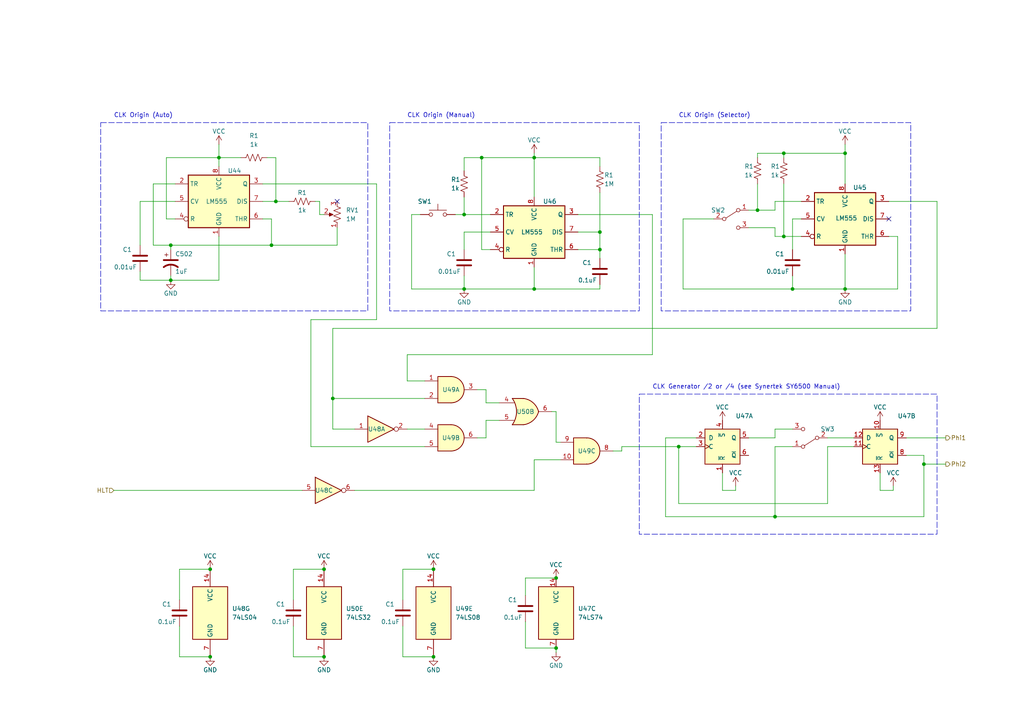
<source format=kicad_sch>
(kicad_sch (version 20230121) (generator eeschema)
  (paper "A4")
  (title_block (title "Clock Generator with 2 or 4 divider") (date "2023-07-11") (rev "1"))
  (lib_symbols
    (symbol "74xx:74LS04"
      (property "Reference" "U" (at 0 1.27 0))
      (property "Value" "74LS04" (at 0 -1.27 0))
      (symbol "74LS04_1_0"
        (polyline (pts (xy -3.81 3.81) (xy -3.81 -3.81) (xy 3.81 0) (xy -3.81 3.81)) (stroke (width 0.254)) (fill (type background)))
        (pin input line (at -7.62 0 0) (length 3.81) (name "~") (number "1"))
        (pin output inverted (at 7.62 0 180) (length 3.81) (name "~") (number "2"))
      )
      (symbol "74LS04_2_0"
        (polyline (pts (xy -3.81 3.81) (xy -3.81 -3.81) (xy 3.81 0) (xy -3.81 3.81)) (stroke (width 0.254)) (fill (type background)))
        (pin input line (at -7.62 0 0) (length 3.81) (name "~") (number "3"))
        (pin output inverted (at 7.62 0 180) (length 3.81) (name "~") (number "4"))
      )
      (symbol "74LS04_3_0"
        (polyline (pts (xy -3.81 3.81) (xy -3.81 -3.81) (xy 3.81 0) (xy -3.81 3.81)) (stroke (width 0.254)) (fill (type background)))
        (pin input line (at -7.62 0 0) (length 3.81) (name "~") (number "5"))
        (pin output inverted (at 7.62 0 180) (length 3.81) (name "~") (number "6"))
      )
      (symbol "74LS04_4_0"
        (polyline (pts (xy -3.81 3.81) (xy -3.81 -3.81) (xy 3.81 0) (xy -3.81 3.81)) (stroke (width 0.254)) (fill (type background)))
        (pin output inverted (at 7.62 0 180) (length 3.81) (name "~") (number "8"))
        (pin input line (at -7.62 0 0) (length 3.81) (name "~") (number "9"))
      )
      (symbol "74LS04_5_0"
        (polyline (pts (xy -3.81 3.81) (xy -3.81 -3.81) (xy 3.81 0) (xy -3.81 3.81)) (stroke (width 0.254)) (fill (type background)))
        (pin output inverted (at 7.62 0 180) (length 3.81) (name "~") (number "10"))
        (pin input line (at -7.62 0 0) (length 3.81) (name "~") (number "11"))
      )
      (symbol "74LS04_6_0"
        (polyline (pts (xy -3.81 3.81) (xy -3.81 -3.81) (xy 3.81 0) (xy -3.81 3.81)) (stroke (width 0.254)) (fill (type background)))
        (pin output inverted (at 7.62 0 180) (length 3.81) (name "~") (number "12"))
        (pin input line (at -7.62 0 0) (length 3.81) (name "~") (number "13"))
      )
      (symbol "74LS04_7_0"
        (pin power_in line (at 0 12.7 270) (length 5.08) (name "VCC") (number "14"))
        (pin power_in line (at 0 -12.7 90) (length 5.08) (name "GND") (number "7"))
      )
      (symbol "74LS04_7_1"
        (rectangle (start -5.08 7.62) (end 5.08 -7.62) (stroke (width 0.254)) (fill (type background)))
      )
    )
    (symbol "74xx:74LS08" (pin_names (offset 1.016))
      (property "Reference" "U" (at 0 1.27 0))
      (property "Value" "74LS08" (at 0 -1.27 0))
      (symbol "74LS08_1_1"
        (arc (start 0 -3.81) (mid 3.7934 0) (end 0 3.81) (stroke (width 0.254)) (fill (type background)))
        (polyline (pts (xy 0 3.81) (xy -3.81 3.81) (xy -3.81 -3.81) (xy 0 -3.81)) (stroke (width 0.254)) (fill (type background)))
        (pin input line (at -7.62 2.54 0) (length 3.81) (name "~") (number "1"))
        (pin input line (at -7.62 -2.54 0) (length 3.81) (name "~") (number "2"))
        (pin output line (at 7.62 0 180) (length 3.81) (name "~") (number "3"))
      )
      (symbol "74LS08_1_2"
        (arc (start -3.81 -3.81) (mid -2.589 0) (end -3.81 3.81) (stroke (width 0.254)))
        (arc (start -0.6096 -3.81) (mid 2.1842 -2.5851) (end 3.81 0) (stroke (width 0.254)) (fill (type background)))
        (polyline (pts (xy -3.81 -3.81) (xy -0.635 -3.81)) (stroke (width 0.254)) (fill (type background)))
        (polyline (pts (xy -3.81 3.81) (xy -0.635 3.81)) (stroke (width 0.254)) (fill (type background)))
        (polyline (pts (xy -0.635 3.81) (xy -3.81 3.81) (xy -3.81 3.81) (xy -3.556 3.4036) (xy -3.0226 2.2606) (xy -2.6924 1.0414) (xy -2.6162 -0.254) (xy -2.7686 -1.4986) (xy -3.175 -2.7178) (xy -3.81 -3.81) (xy -3.81 -3.81) (xy -0.635 -3.81)) (stroke (width -25.4)) (fill (type background)))
        (arc (start 3.81 0) (mid 2.1915 2.5936) (end -0.6096 3.81) (stroke (width 0.254)) (fill (type background)))
        (pin input inverted (at -7.62 2.54 0) (length 4.318) (name "~") (number "1"))
        (pin input inverted (at -7.62 -2.54 0) (length 4.318) (name "~") (number "2"))
        (pin output inverted (at 7.62 0 180) (length 3.81) (name "~") (number "3"))
      )
      (symbol "74LS08_2_1"
        (arc (start 0 -3.81) (mid 3.7934 0) (end 0 3.81) (stroke (width 0.254)) (fill (type background)))
        (polyline (pts (xy 0 3.81) (xy -3.81 3.81) (xy -3.81 -3.81) (xy 0 -3.81)) (stroke (width 0.254)) (fill (type background)))
        (pin input line (at -7.62 2.54 0) (length 3.81) (name "~") (number "4"))
        (pin input line (at -7.62 -2.54 0) (length 3.81) (name "~") (number "5"))
        (pin output line (at 7.62 0 180) (length 3.81) (name "~") (number "6"))
      )
      (symbol "74LS08_2_2"
        (arc (start -3.81 -3.81) (mid -2.589 0) (end -3.81 3.81) (stroke (width 0.254)))
        (arc (start -0.6096 -3.81) (mid 2.1842 -2.5851) (end 3.81 0) (stroke (width 0.254)) (fill (type background)))
        (polyline (pts (xy -3.81 -3.81) (xy -0.635 -3.81)) (stroke (width 0.254)) (fill (type background)))
        (polyline (pts (xy -3.81 3.81) (xy -0.635 3.81)) (stroke (width 0.254)) (fill (type background)))
        (polyline (pts (xy -0.635 3.81) (xy -3.81 3.81) (xy -3.81 3.81) (xy -3.556 3.4036) (xy -3.0226 2.2606) (xy -2.6924 1.0414) (xy -2.6162 -0.254) (xy -2.7686 -1.4986) (xy -3.175 -2.7178) (xy -3.81 -3.81) (xy -3.81 -3.81) (xy -0.635 -3.81)) (stroke (width -25.4)) (fill (type background)))
        (arc (start 3.81 0) (mid 2.1915 2.5936) (end -0.6096 3.81) (stroke (width 0.254)) (fill (type background)))
        (pin input inverted (at -7.62 2.54 0) (length 4.318) (name "~") (number "4"))
        (pin input inverted (at -7.62 -2.54 0) (length 4.318) (name "~") (number "5"))
        (pin output inverted (at 7.62 0 180) (length 3.81) (name "~") (number "6"))
      )
      (symbol "74LS08_3_1"
        (arc (start 0 -3.81) (mid 3.7934 0) (end 0 3.81) (stroke (width 0.254)) (fill (type background)))
        (polyline (pts (xy 0 3.81) (xy -3.81 3.81) (xy -3.81 -3.81) (xy 0 -3.81)) (stroke (width 0.254)) (fill (type background)))
        (pin input line (at -7.62 -2.54 0) (length 3.81) (name "~") (number "10"))
        (pin output line (at 7.62 0 180) (length 3.81) (name "~") (number "8"))
        (pin input line (at -7.62 2.54 0) (length 3.81) (name "~") (number "9"))
      )
      (symbol "74LS08_3_2"
        (arc (start -3.81 -3.81) (mid -2.589 0) (end -3.81 3.81) (stroke (width 0.254)))
        (arc (start -0.6096 -3.81) (mid 2.1842 -2.5851) (end 3.81 0) (stroke (width 0.254)) (fill (type background)))
        (polyline (pts (xy -3.81 -3.81) (xy -0.635 -3.81)) (stroke (width 0.254)) (fill (type background)))
        (polyline (pts (xy -3.81 3.81) (xy -0.635 3.81)) (stroke (width 0.254)) (fill (type background)))
        (polyline (pts (xy -0.635 3.81) (xy -3.81 3.81) (xy -3.81 3.81) (xy -3.556 3.4036) (xy -3.0226 2.2606) (xy -2.6924 1.0414) (xy -2.6162 -0.254) (xy -2.7686 -1.4986) (xy -3.175 -2.7178) (xy -3.81 -3.81) (xy -3.81 -3.81) (xy -0.635 -3.81)) (stroke (width -25.4)) (fill (type background)))
        (arc (start 3.81 0) (mid 2.1915 2.5936) (end -0.6096 3.81) (stroke (width 0.254)) (fill (type background)))
        (pin input inverted (at -7.62 -2.54 0) (length 4.318) (name "~") (number "10"))
        (pin output inverted (at 7.62 0 180) (length 3.81) (name "~") (number "8"))
        (pin input inverted (at -7.62 2.54 0) (length 4.318) (name "~") (number "9"))
      )
      (symbol "74LS08_4_1"
        (arc (start 0 -3.81) (mid 3.7934 0) (end 0 3.81) (stroke (width 0.254)) (fill (type background)))
        (polyline (pts (xy 0 3.81) (xy -3.81 3.81) (xy -3.81 -3.81) (xy 0 -3.81)) (stroke (width 0.254)) (fill (type background)))
        (pin output line (at 7.62 0 180) (length 3.81) (name "~") (number "11"))
        (pin input line (at -7.62 2.54 0) (length 3.81) (name "~") (number "12"))
        (pin input line (at -7.62 -2.54 0) (length 3.81) (name "~") (number "13"))
      )
      (symbol "74LS08_4_2"
        (arc (start -3.81 -3.81) (mid -2.589 0) (end -3.81 3.81) (stroke (width 0.254)))
        (arc (start -0.6096 -3.81) (mid 2.1842 -2.5851) (end 3.81 0) (stroke (width 0.254)) (fill (type background)))
        (polyline (pts (xy -3.81 -3.81) (xy -0.635 -3.81)) (stroke (width 0.254)) (fill (type background)))
        (polyline (pts (xy -3.81 3.81) (xy -0.635 3.81)) (stroke (width 0.254)) (fill (type background)))
        (polyline (pts (xy -0.635 3.81) (xy -3.81 3.81) (xy -3.81 3.81) (xy -3.556 3.4036) (xy -3.0226 2.2606) (xy -2.6924 1.0414) (xy -2.6162 -0.254) (xy -2.7686 -1.4986) (xy -3.175 -2.7178) (xy -3.81 -3.81) (xy -3.81 -3.81) (xy -0.635 -3.81)) (stroke (width -25.4)) (fill (type background)))
        (arc (start 3.81 0) (mid 2.1915 2.5936) (end -0.6096 3.81) (stroke (width 0.254)) (fill (type background)))
        (pin output inverted (at 7.62 0 180) (length 3.81) (name "~") (number "11"))
        (pin input inverted (at -7.62 2.54 0) (length 4.318) (name "~") (number "12"))
        (pin input inverted (at -7.62 -2.54 0) (length 4.318) (name "~") (number "13"))
      )
      (symbol "74LS08_5_0"
        (pin power_in line (at 0 12.7 270) (length 5.08) (name "VCC") (number "14"))
        (pin power_in line (at 0 -12.7 90) (length 5.08) (name "GND") (number "7"))
      )
      (symbol "74LS08_5_1"
        (rectangle (start -5.08 7.62) (end 5.08 -7.62) (stroke (width 0.254)) (fill (type background)))
      )
    )
    (symbol "74xx:74LS32" (pin_names (offset 1.016))
      (property "Reference" "U" (at 0 1.27 0))
      (property "Value" "74LS32" (at 0 -1.27 0))
      (symbol "74LS32_1_1"
        (arc (start -3.81 -3.81) (mid -2.589 0) (end -3.81 3.81) (stroke (width 0.254)))
        (arc (start -0.6096 -3.81) (mid 2.1842 -2.5851) (end 3.81 0) (stroke (width 0.254)) (fill (type background)))
        (polyline (pts (xy -3.81 -3.81) (xy -0.635 -3.81)) (stroke (width 0.254)) (fill (type background)))
        (polyline (pts (xy -3.81 3.81) (xy -0.635 3.81)) (stroke (width 0.254)) (fill (type background)))
        (polyline (pts (xy -0.635 3.81) (xy -3.81 3.81) (xy -3.81 3.81) (xy -3.556 3.4036) (xy -3.0226 2.2606) (xy -2.6924 1.0414) (xy -2.6162 -0.254) (xy -2.7686 -1.4986) (xy -3.175 -2.7178) (xy -3.81 -3.81) (xy -3.81 -3.81) (xy -0.635 -3.81)) (stroke (width -25.4)) (fill (type background)))
        (arc (start 3.81 0) (mid 2.1915 2.5936) (end -0.6096 3.81) (stroke (width 0.254)) (fill (type background)))
        (pin input line (at -7.62 2.54 0) (length 4.318) (name "~") (number "1"))
        (pin input line (at -7.62 -2.54 0) (length 4.318) (name "~") (number "2"))
        (pin output line (at 7.62 0 180) (length 3.81) (name "~") (number "3"))
      )
      (symbol "74LS32_1_2"
        (arc (start 0 -3.81) (mid 3.7934 0) (end 0 3.81) (stroke (width 0.254)) (fill (type background)))
        (polyline (pts (xy 0 3.81) (xy -3.81 3.81) (xy -3.81 -3.81) (xy 0 -3.81)) (stroke (width 0.254)) (fill (type background)))
        (pin input inverted (at -7.62 2.54 0) (length 3.81) (name "~") (number "1"))
        (pin input inverted (at -7.62 -2.54 0) (length 3.81) (name "~") (number "2"))
        (pin output inverted (at 7.62 0 180) (length 3.81) (name "~") (number "3"))
      )
      (symbol "74LS32_2_1"
        (arc (start -3.81 -3.81) (mid -2.589 0) (end -3.81 3.81) (stroke (width 0.254)))
        (arc (start -0.6096 -3.81) (mid 2.1842 -2.5851) (end 3.81 0) (stroke (width 0.254)) (fill (type background)))
        (polyline (pts (xy -3.81 -3.81) (xy -0.635 -3.81)) (stroke (width 0.254)) (fill (type background)))
        (polyline (pts (xy -3.81 3.81) (xy -0.635 3.81)) (stroke (width 0.254)) (fill (type background)))
        (polyline (pts (xy -0.635 3.81) (xy -3.81 3.81) (xy -3.81 3.81) (xy -3.556 3.4036) (xy -3.0226 2.2606) (xy -2.6924 1.0414) (xy -2.6162 -0.254) (xy -2.7686 -1.4986) (xy -3.175 -2.7178) (xy -3.81 -3.81) (xy -3.81 -3.81) (xy -0.635 -3.81)) (stroke (width -25.4)) (fill (type background)))
        (arc (start 3.81 0) (mid 2.1915 2.5936) (end -0.6096 3.81) (stroke (width 0.254)) (fill (type background)))
        (pin input line (at -7.62 2.54 0) (length 4.318) (name "~") (number "4"))
        (pin input line (at -7.62 -2.54 0) (length 4.318) (name "~") (number "5"))
        (pin output line (at 7.62 0 180) (length 3.81) (name "~") (number "6"))
      )
      (symbol "74LS32_2_2"
        (arc (start 0 -3.81) (mid 3.7934 0) (end 0 3.81) (stroke (width 0.254)) (fill (type background)))
        (polyline (pts (xy 0 3.81) (xy -3.81 3.81) (xy -3.81 -3.81) (xy 0 -3.81)) (stroke (width 0.254)) (fill (type background)))
        (pin input inverted (at -7.62 2.54 0) (length 3.81) (name "~") (number "4"))
        (pin input inverted (at -7.62 -2.54 0) (length 3.81) (name "~") (number "5"))
        (pin output inverted (at 7.62 0 180) (length 3.81) (name "~") (number "6"))
      )
      (symbol "74LS32_3_1"
        (arc (start -3.81 -3.81) (mid -2.589 0) (end -3.81 3.81) (stroke (width 0.254)))
        (arc (start -0.6096 -3.81) (mid 2.1842 -2.5851) (end 3.81 0) (stroke (width 0.254)) (fill (type background)))
        (polyline (pts (xy -3.81 -3.81) (xy -0.635 -3.81)) (stroke (width 0.254)) (fill (type background)))
        (polyline (pts (xy -3.81 3.81) (xy -0.635 3.81)) (stroke (width 0.254)) (fill (type background)))
        (polyline (pts (xy -0.635 3.81) (xy -3.81 3.81) (xy -3.81 3.81) (xy -3.556 3.4036) (xy -3.0226 2.2606) (xy -2.6924 1.0414) (xy -2.6162 -0.254) (xy -2.7686 -1.4986) (xy -3.175 -2.7178) (xy -3.81 -3.81) (xy -3.81 -3.81) (xy -0.635 -3.81)) (stroke (width -25.4)) (fill (type background)))
        (arc (start 3.81 0) (mid 2.1915 2.5936) (end -0.6096 3.81) (stroke (width 0.254)) (fill (type background)))
        (pin input line (at -7.62 -2.54 0) (length 4.318) (name "~") (number "10"))
        (pin output line (at 7.62 0 180) (length 3.81) (name "~") (number "8"))
        (pin input line (at -7.62 2.54 0) (length 4.318) (name "~") (number "9"))
      )
      (symbol "74LS32_3_2"
        (arc (start 0 -3.81) (mid 3.7934 0) (end 0 3.81) (stroke (width 0.254)) (fill (type background)))
        (polyline (pts (xy 0 3.81) (xy -3.81 3.81) (xy -3.81 -3.81) (xy 0 -3.81)) (stroke (width 0.254)) (fill (type background)))
        (pin input inverted (at -7.62 -2.54 0) (length 3.81) (name "~") (number "10"))
        (pin output inverted (at 7.62 0 180) (length 3.81) (name "~") (number "8"))
        (pin input inverted (at -7.62 2.54 0) (length 3.81) (name "~") (number "9"))
      )
      (symbol "74LS32_4_1"
        (arc (start -3.81 -3.81) (mid -2.589 0) (end -3.81 3.81) (stroke (width 0.254)))
        (arc (start -0.6096 -3.81) (mid 2.1842 -2.5851) (end 3.81 0) (stroke (width 0.254)) (fill (type background)))
        (polyline (pts (xy -3.81 -3.81) (xy -0.635 -3.81)) (stroke (width 0.254)) (fill (type background)))
        (polyline (pts (xy -3.81 3.81) (xy -0.635 3.81)) (stroke (width 0.254)) (fill (type background)))
        (polyline (pts (xy -0.635 3.81) (xy -3.81 3.81) (xy -3.81 3.81) (xy -3.556 3.4036) (xy -3.0226 2.2606) (xy -2.6924 1.0414) (xy -2.6162 -0.254) (xy -2.7686 -1.4986) (xy -3.175 -2.7178) (xy -3.81 -3.81) (xy -3.81 -3.81) (xy -0.635 -3.81)) (stroke (width -25.4)) (fill (type background)))
        (arc (start 3.81 0) (mid 2.1915 2.5936) (end -0.6096 3.81) (stroke (width 0.254)) (fill (type background)))
        (pin output line (at 7.62 0 180) (length 3.81) (name "~") (number "11"))
        (pin input line (at -7.62 2.54 0) (length 4.318) (name "~") (number "12"))
        (pin input line (at -7.62 -2.54 0) (length 4.318) (name "~") (number "13"))
      )
      (symbol "74LS32_4_2"
        (arc (start 0 -3.81) (mid 3.7934 0) (end 0 3.81) (stroke (width 0.254)) (fill (type background)))
        (polyline (pts (xy 0 3.81) (xy -3.81 3.81) (xy -3.81 -3.81) (xy 0 -3.81)) (stroke (width 0.254)) (fill (type background)))
        (pin output inverted (at 7.62 0 180) (length 3.81) (name "~") (number "11"))
        (pin input inverted (at -7.62 2.54 0) (length 3.81) (name "~") (number "12"))
        (pin input inverted (at -7.62 -2.54 0) (length 3.81) (name "~") (number "13"))
      )
      (symbol "74LS32_5_0"
        (pin power_in line (at 0 12.7 270) (length 5.08) (name "VCC") (number "14"))
        (pin power_in line (at 0 -12.7 90) (length 5.08) (name "GND") (number "7"))
      )
      (symbol "74LS32_5_1"
        (rectangle (start -5.08 7.62) (end 5.08 -7.62) (stroke (width 0.254)) (fill (type background)))
      )
    )
    (symbol "74xx:74LS74" (pin_names (offset 1.016))
      (property "Reference" "U" (at -7.62 8.89 0))
      (property "Value" "74LS74" (at -7.62 -8.89 0))
      (symbol "74LS74_1_0"
        (pin input line (at 0 -7.62 90) (length 2.54) (name "~{R}") (number "1"))
        (pin input line (at -7.62 2.54 0) (length 2.54) (name "D") (number "2"))
        (pin input clock (at -7.62 0 0) (length 2.54) (name "C") (number "3"))
        (pin input line (at 0 7.62 270) (length 2.54) (name "~{S}") (number "4"))
        (pin output line (at 7.62 2.54 180) (length 2.54) (name "Q") (number "5"))
        (pin output line (at 7.62 -2.54 180) (length 2.54) (name "~{Q}") (number "6"))
      )
      (symbol "74LS74_1_1"
        (rectangle (start -5.08 5.08) (end 5.08 -5.08) (stroke (width 0.254)) (fill (type background)))
      )
      (symbol "74LS74_2_0"
        (pin input line (at 0 7.62 270) (length 2.54) (name "~{S}") (number "10"))
        (pin input clock (at -7.62 0 0) (length 2.54) (name "C") (number "11"))
        (pin input line (at -7.62 2.54 0) (length 2.54) (name "D") (number "12"))
        (pin input line (at 0 -7.62 90) (length 2.54) (name "~{R}") (number "13"))
        (pin output line (at 7.62 -2.54 180) (length 2.54) (name "~{Q}") (number "8"))
        (pin output line (at 7.62 2.54 180) (length 2.54) (name "Q") (number "9"))
      )
      (symbol "74LS74_2_1"
        (rectangle (start -5.08 5.08) (end 5.08 -5.08) (stroke (width 0.254)) (fill (type background)))
      )
      (symbol "74LS74_3_0"
        (pin power_in line (at 0 10.16 270) (length 2.54) (name "VCC") (number "14"))
        (pin power_in line (at 0 -10.16 90) (length 2.54) (name "GND") (number "7"))
      )
      (symbol "74LS74_3_1"
        (rectangle (start -5.08 7.62) (end 5.08 -7.62) (stroke (width 0.254)) (fill (type background)))
      )
    )
    (symbol "Device:C" (pin_numbers hide) (pin_names (offset 0.254))
      (property "Reference" "C" (at 0.635 2.54 0))
      (property "Value" "C" (at 0.635 -2.54 0))
      (symbol "C_0_1"
        (polyline (pts (xy -2.032 -0.762) (xy 2.032 -0.762)) (stroke (width 0.508)))
        (polyline (pts (xy -2.032 0.762) (xy 2.032 0.762)) (stroke (width 0.508)))
      )
      (symbol "C_1_1"
        (pin passive line (at 0 3.81 270) (length 2.794) (name "~") (number "1"))
        (pin passive line (at 0 -3.81 90) (length 2.794) (name "~") (number "2"))
      )
    )
    (symbol "Device:C_Polarized_US" (pin_numbers hide) (pin_names (offset 0.254) hide)
      (property "Reference" "C" (at 0.635 2.54 0))
      (property "Value" "C_Polarized_US" (at 0.635 -2.54 0))
      (symbol "C_Polarized_US_0_1"
        (polyline (pts (xy -2.032 0.762) (xy 2.032 0.762)) (stroke (width 0.508)))
        (polyline (pts (xy -1.778 2.286) (xy -0.762 2.286)))
        (polyline (pts (xy -1.27 1.778) (xy -1.27 2.794)))
        (arc (start 2.032 -1.27) (mid 0 -0.5572) (end -2.032 -1.27) (stroke (width 0.508)))
      )
      (symbol "C_Polarized_US_1_1"
        (pin passive line (at 0 3.81 270) (length 2.794) (name "~") (number "1"))
        (pin passive line (at 0 -3.81 90) (length 3.302) (name "~") (number "2"))
      )
    )
    (symbol "Device:R_Potentiometer_US" (pin_names (offset 1.016) hide)
      (property "Reference" "RV" (at -4.445 0 90))
      (property "Value" "R_Potentiometer_US" (at -2.54 0 90))
      (symbol "R_Potentiometer_US_0_1"
        (polyline (pts (xy 0 -2.286) (xy 0 -2.54)))
        (polyline (pts (xy 0 2.54) (xy 0 2.286)))
        (polyline (pts (xy 2.54 0) (xy 1.524 0)))
        (polyline (pts (xy 1.143 0) (xy 2.286 0.508) (xy 2.286 -0.508) (xy 1.143 0)) (fill (type outline)))
        (polyline (pts (xy 0 -0.762) (xy 1.016 -1.143) (xy 0 -1.524) (xy -1.016 -1.905) (xy 0 -2.286)))
        (polyline (pts (xy 0 0.762) (xy 1.016 0.381) (xy 0 0) (xy -1.016 -0.381) (xy 0 -0.762)))
        (polyline (pts (xy 0 2.286) (xy 1.016 1.905) (xy 0 1.524) (xy -1.016 1.143) (xy 0 0.762)))
      )
      (symbol "R_Potentiometer_US_1_1"
        (pin passive line (at 0 3.81 270) (length 1.27) (name "1") (number "1"))
        (pin passive line (at 3.81 0 180) (length 1.27) (name "2") (number "2"))
        (pin passive line (at 0 -3.81 90) (length 1.27) (name "3") (number "3"))
      )
    )
    (symbol "Device:R_US" (pin_numbers hide) (pin_names (offset 0))
      (property "Reference" "R" (at 2.54 0 90))
      (property "Value" "R_US" (at -2.54 0 90))
      (symbol "R_US_0_1"
        (polyline (pts (xy 0 -2.286) (xy 0 -2.54)))
        (polyline (pts (xy 0 2.286) (xy 0 2.54)))
        (polyline (pts (xy 0 -0.762) (xy 1.016 -1.143) (xy 0 -1.524) (xy -1.016 -1.905) (xy 0 -2.286)))
        (polyline (pts (xy 0 0.762) (xy 1.016 0.381) (xy 0 0) (xy -1.016 -0.381) (xy 0 -0.762)))
        (polyline (pts (xy 0 2.286) (xy 1.016 1.905) (xy 0 1.524) (xy -1.016 1.143) (xy 0 0.762)))
      )
      (symbol "R_US_1_1"
        (pin passive line (at 0 3.81 270) (length 1.27) (name "~") (number "1"))
        (pin passive line (at 0 -3.81 90) (length 1.27) (name "~") (number "2"))
      )
    )
    (symbol "Switch:SW_Push" (pin_numbers hide) (pin_names (offset 1.016) hide)
      (property "Reference" "SW" (at 1.27 2.54 0))
      (property "Value" "SW_Push" (at 0 -1.524 0))
      (symbol "SW_Push_0_1"
        (circle (center -2.032 0) (radius 0.508))
        (polyline (pts (xy 0 1.27) (xy 0 3.048)))
        (polyline (pts (xy 2.54 1.27) (xy -2.54 1.27)))
        (circle (center 2.032 0) (radius 0.508))
        (pin passive line (at -5.08 0 0) (length 2.54) (name "1") (number "1"))
        (pin passive line (at 5.08 0 180) (length 2.54) (name "2") (number "2"))
      )
    )
    (symbol "Switch:SW_SPDT" (pin_names (offset 0) hide)
      (property "Reference" "SW" (at 0 4.318 0))
      (property "Value" "SW_SPDT" (at 0 -5.08 0))
      (symbol "SW_SPDT_0_0"
        (circle (center -2.032 0) (radius 0.508))
        (circle (center 2.032 -2.54) (radius 0.508))
      )
      (symbol "SW_SPDT_0_1"
        (polyline (pts (xy -1.524 0.254) (xy 1.651 2.286)))
        (circle (center 2.032 2.54) (radius 0.508))
      )
      (symbol "SW_SPDT_1_1"
        (pin passive line (at 5.08 2.54 180) (length 2.54) (name "A") (number "1"))
        (pin passive line (at -5.08 0 0) (length 2.54) (name "B") (number "2"))
        (pin passive line (at 5.08 -2.54 180) (length 2.54) (name "C") (number "3"))
      )
    )
    (symbol "Timer:LM555xN"
      (property "Reference" "U" (at -10.16 8.89 0))
      (property "Value" "LM555xN" (at 2.54 8.89 0))
      (symbol "LM555xN_0_0"
        (pin power_in line (at 0 -10.16 90) (length 2.54) (name "GND") (number "1"))
        (pin power_in line (at 0 10.16 270) (length 2.54) (name "VCC") (number "8"))
      )
      (symbol "LM555xN_0_1"
        (rectangle (start -8.89 -7.62) (end 8.89 7.62) (stroke (width 0.254)) (fill (type background)))
        (rectangle (start -8.89 -7.62) (end 8.89 7.62) (stroke (width 0.254)) (fill (type background)))
      )
      (symbol "LM555xN_1_1"
        (pin input line (at -12.7 5.08 0) (length 3.81) (name "TR") (number "2"))
        (pin output line (at 12.7 5.08 180) (length 3.81) (name "Q") (number "3"))
        (pin input inverted (at -12.7 -5.08 0) (length 3.81) (name "R") (number "4"))
        (pin input line (at -12.7 0 0) (length 3.81) (name "CV") (number "5"))
        (pin input line (at 12.7 -5.08 180) (length 3.81) (name "THR") (number "6"))
        (pin input line (at 12.7 0 180) (length 3.81) (name "DIS") (number "7"))
      )
    )
    (symbol "power:GND" (power) (pin_names (offset 0))
      (property "Value" "GND" (at 0 -3.81 0))
      (symbol "GND_0_1"
        (polyline (pts (xy 0 0) (xy 0 -1.27) (xy 1.27 -1.27) (xy 0 -2.54) (xy -1.27 -1.27) (xy 0 -1.27)))
      )
      (symbol "GND_1_1"
        (pin power_in line (at 0 0 270) (length 0) hide (name "GND") (number "1"))
      )
    )
    (symbol "power:VCC" (power) (pin_names (offset 0))
      (property "Value" "VCC" (at 0 3.81 0))
      (symbol "VCC_0_1"
        (polyline (pts (xy -0.762 1.27) (xy 0 2.54)))
        (polyline (pts (xy 0 0) (xy 0 2.54)))
        (polyline (pts (xy 0 2.54) (xy 0.762 1.27)))
      )
      (symbol "VCC_1_1"
        (pin power_in line (at 0 0 90) (length 0) hide (name "VCC") (number "1"))
      )
    )
  )
  (junction (at 154.94 45.72))
  (junction (at 134.62 62.23))
  (junction (at 80.01 58.42))
  (junction (at 60.96 190.5))
  (junction (at 245.11 83.82))
  (junction (at 154.94 83.82))
  (junction (at 196.85 129.54))
  (junction (at 224.79 149.86))
  (junction (at 161.29 187.96))
  (junction (at 93.98 190.5))
  (junction (at 125.73 190.5))
  (junction (at 78.74 71.12))
  (junction (at 245.11 44.45))
  (junction (at 49.53 81.28))
  (junction (at 173.99 72.39))
  (junction (at 134.62 83.82))
  (junction (at 219.71 60.96))
  (junction (at 63.5 45.72))
  (junction (at 49.53 71.12))
  (junction (at 161.29 167.64))
  (junction (at 96.52 115.57))
  (junction (at 93.98 165.1))
  (junction (at 227.33 68.58))
  (junction (at 173.99 67.31))
  (junction (at 125.73 165.1))
  (junction (at 139.7 45.72))
  (junction (at 267.97 134.62))
  (junction (at 229.87 83.82))
  (junction (at 60.96 165.1))
  (junction (at 227.33 44.45))
  (no_connect (at 257.81 63.5))
  (no_connect (at 97.79 58.42))
  (wire (pts (xy 173.99 55.88) (xy 173.99 67.31)))
  (wire (pts (xy 142.24 67.31) (xy 134.62 67.31)))
  (wire (pts (xy 167.64 62.23) (xy 189.23 62.23)))
  (wire (pts (xy 245.11 73.66) (xy 245.11 83.82)))
  (wire (pts (xy 140.97 113.03) (xy 140.97 116.84)))
  (wire (pts (xy 90.17 92.71) (xy 109.22 92.71)))
  (wire (pts (xy 245.11 83.82) (xy 229.87 83.82)))
  (wire (pts (xy 227.33 68.58) (xy 232.41 68.58)))
  (wire (pts (xy 232.41 63.5) (xy 229.87 63.5)))
  (wire (pts (xy 96.52 95.25) (xy 96.52 115.57)))
  (wire (pts (xy 134.62 80.01) (xy 134.62 83.82)))
  (wire (pts (xy 217.17 66.04) (xy 224.79 66.04)))
  (wire (pts (xy 85.09 190.5) (xy 93.98 190.5)))
  (wire (pts (xy 40.64 78.74) (xy 40.64 81.28)))
  (wire (pts (xy 173.99 82.55) (xy 173.99 83.82)))
  (wire (pts (xy 219.71 45.72) (xy 219.71 44.45)))
  (wire (pts (xy 173.99 67.31) (xy 173.99 72.39)))
  (wire (pts (xy 271.78 58.42) (xy 271.78 95.25)))
  (wire (pts (xy 40.64 58.42) (xy 40.64 71.12)))
  (wire (pts (xy 173.99 48.26) (xy 173.99 45.72)))
  (wire (pts (xy 140.97 121.92) (xy 140.97 127)))
  (wire (pts (xy 76.2 58.42) (xy 80.01 58.42)))
  (wire (pts (xy 160.02 119.38) (xy 161.29 119.38)))
  (wire (pts (xy 134.62 45.72) (xy 139.7 45.72)))
  (wire (pts (xy 140.97 127) (xy 138.43 127)))
  (wire (pts (xy 116.84 181.61) (xy 116.84 190.5)))
  (wire (pts (xy 154.94 44.45) (xy 154.94 45.72)))
  (wire (pts (xy 134.62 62.23) (xy 132.08 62.23)))
  (wire (pts (xy 116.84 165.1) (xy 125.73 165.1)))
  (wire (pts (xy 139.7 45.72) (xy 154.94 45.72)))
  (wire (pts (xy 209.55 137.16) (xy 209.55 142.24)))
  (wire (pts (xy 189.23 62.23) (xy 189.23 102.87)))
  (wire (pts (xy 123.19 129.54) (xy 90.17 129.54)))
  (wire (pts (xy 173.99 45.72) (xy 154.94 45.72)))
  (wire (pts (xy 196.85 129.54) (xy 196.85 146.05)))
  (wire (pts (xy 152.4 180.34) (xy 152.4 187.96)))
  (wire (pts (xy 52.07 165.1) (xy 60.96 165.1)))
  (wire (pts (xy 118.11 110.49) (xy 123.19 110.49)))
  (wire (pts (xy 245.11 44.45) (xy 245.11 53.34)))
  (wire (pts (xy 96.52 124.46) (xy 102.87 124.46)))
  (wire (pts (xy 193.04 127) (xy 201.93 127)))
  (wire (pts (xy 142.24 72.39) (xy 139.7 72.39)))
  (wire (pts (xy 207.01 63.5) (xy 198.12 63.5)))
  (wire (pts (xy 267.97 134.62) (xy 267.97 149.86)))
  (wire (pts (xy 50.8 53.34) (xy 44.45 53.34)))
  (wire (pts (xy 245.11 41.91) (xy 245.11 44.45)))
  (wire (pts (xy 78.74 71.12) (xy 49.53 71.12)))
  (wire (pts (xy 161.29 187.96) (xy 161.29 189.23)))
  (wire (pts (xy 219.71 60.96) (xy 224.79 60.96)))
  (wire (pts (xy 227.33 44.45) (xy 245.11 44.45)))
  (wire (pts (xy 255.27 142.24) (xy 259.08 142.24)))
  (wire (pts (xy 109.22 92.71) (xy 109.22 53.34)))
  (wire (pts (xy 63.5 45.72) (xy 63.5 48.26)))
  (wire (pts (xy 161.29 119.38) (xy 161.29 128.27)))
  (wire (pts (xy 49.53 81.28) (xy 49.53 80.01)))
  (wire (pts (xy 224.79 129.54) (xy 224.79 149.86)))
  (wire (pts (xy 198.12 63.5) (xy 198.12 83.82)))
  (wire (pts (xy 49.53 72.39) (xy 49.53 71.12)))
  (wire (pts (xy 48.26 63.5) (xy 48.26 45.72)))
  (wire (pts (xy 152.4 167.64) (xy 161.29 167.64)))
  (wire (pts (xy 224.79 60.96) (xy 224.79 58.42)))
  (wire (pts (xy 63.5 45.72) (xy 69.85 45.72)))
  (wire (pts (xy 85.09 165.1) (xy 93.98 165.1)))
  (wire (pts (xy 201.93 129.54) (xy 196.85 129.54)))
  (wire (pts (xy 180.34 129.54) (xy 196.85 129.54)))
  (wire (pts (xy 154.94 45.72) (xy 154.94 57.15)))
  (wire (pts (xy 240.03 146.05) (xy 240.03 129.54)))
  (wire (pts (xy 44.45 71.12) (xy 49.53 71.12)))
  (wire (pts (xy 267.97 132.08) (xy 267.97 134.62)))
  (wire (pts (xy 209.55 142.24) (xy 213.36 142.24)))
  (wire (pts (xy 92.71 62.23) (xy 92.71 58.42)))
  (wire (pts (xy 267.97 149.86) (xy 224.79 149.86)))
  (wire (pts (xy 224.79 58.42) (xy 232.41 58.42)))
  (wire (pts (xy 92.71 58.42) (xy 91.44 58.42)))
  (wire (pts (xy 96.52 115.57) (xy 96.52 124.46)))
  (wire (pts (xy 119.38 62.23) (xy 121.92 62.23)))
  (wire (pts (xy 52.07 190.5) (xy 60.96 190.5)))
  (wire (pts (xy 140.97 116.84) (xy 144.78 116.84)))
  (wire (pts (xy 198.12 83.82) (xy 229.87 83.82)))
  (wire (pts (xy 33.02 142.24) (xy 87.63 142.24)))
  (wire (pts (xy 154.94 77.47) (xy 154.94 83.82)))
  (wire (pts (xy 154.94 83.82) (xy 134.62 83.82)))
  (wire (pts (xy 255.27 137.16) (xy 255.27 142.24)))
  (wire (pts (xy 213.36 142.24) (xy 213.36 140.97)))
  (wire (pts (xy 262.89 132.08) (xy 267.97 132.08)))
  (wire (pts (xy 80.01 45.72) (xy 77.47 45.72)))
  (wire (pts (xy 92.71 62.23) (xy 93.98 62.23)))
  (wire (pts (xy 109.22 53.34) (xy 76.2 53.34)))
  (wire (pts (xy 227.33 53.34) (xy 227.33 68.58)))
  (wire (pts (xy 167.64 67.31) (xy 173.99 67.31)))
  (wire (pts (xy 219.71 53.34) (xy 219.71 60.96)))
  (wire (pts (xy 97.79 66.04) (xy 97.79 71.12)))
  (wire (pts (xy 63.5 45.72) (xy 63.5 41.91)))
  (wire (pts (xy 267.97 134.62) (xy 274.32 134.62)))
  (wire (pts (xy 44.45 53.34) (xy 44.45 71.12)))
  (wire (pts (xy 260.35 68.58) (xy 260.35 83.82)))
  (wire (pts (xy 229.87 129.54) (xy 224.79 129.54)))
  (wire (pts (xy 118.11 102.87) (xy 118.11 110.49)))
  (wire (pts (xy 154.94 133.35) (xy 154.94 142.24)))
  (wire (pts (xy 63.5 68.58) (xy 63.5 81.28)))
  (wire (pts (xy 189.23 102.87) (xy 118.11 102.87)))
  (wire (pts (xy 134.62 62.23) (xy 142.24 62.23)))
  (wire (pts (xy 229.87 63.5) (xy 229.87 72.39)))
  (wire (pts (xy 138.43 113.03) (xy 140.97 113.03)))
  (wire (pts (xy 52.07 173.99) (xy 52.07 165.1)))
  (wire (pts (xy 262.89 127) (xy 274.32 127)))
  (wire (pts (xy 224.79 66.04) (xy 224.79 68.58)))
  (wire (pts (xy 219.71 44.45) (xy 227.33 44.45)))
  (wire (pts (xy 134.62 49.53) (xy 134.62 45.72)))
  (wire (pts (xy 116.84 173.99) (xy 116.84 165.1)))
  (wire (pts (xy 154.94 142.24) (xy 102.87 142.24)))
  (wire (pts (xy 116.84 190.5) (xy 125.73 190.5)))
  (wire (pts (xy 173.99 72.39) (xy 173.99 74.93)))
  (wire (pts (xy 52.07 181.61) (xy 52.07 190.5)))
  (wire (pts (xy 224.79 124.46) (xy 229.87 124.46)))
  (wire (pts (xy 50.8 63.5) (xy 48.26 63.5)))
  (wire (pts (xy 167.64 72.39) (xy 173.99 72.39)))
  (wire (pts (xy 259.08 142.24) (xy 259.08 140.97)))
  (wire (pts (xy 229.87 83.82) (xy 229.87 80.01)))
  (wire (pts (xy 80.01 58.42) (xy 80.01 45.72)))
  (wire (pts (xy 80.01 58.42) (xy 83.82 58.42)))
  (wire (pts (xy 50.8 58.42) (xy 40.64 58.42)))
  (wire (pts (xy 119.38 83.82) (xy 119.38 62.23)))
  (wire (pts (xy 260.35 83.82) (xy 245.11 83.82)))
  (wire (pts (xy 227.33 44.45) (xy 227.33 45.72)))
  (wire (pts (xy 217.17 127) (xy 224.79 127)))
  (wire (pts (xy 48.26 45.72) (xy 63.5 45.72)))
  (wire (pts (xy 224.79 127) (xy 224.79 124.46)))
  (wire (pts (xy 177.8 130.81) (xy 180.34 130.81)))
  (wire (pts (xy 90.17 129.54) (xy 90.17 92.71)))
  (wire (pts (xy 257.81 68.58) (xy 260.35 68.58)))
  (wire (pts (xy 162.56 133.35) (xy 154.94 133.35)))
  (wire (pts (xy 257.81 58.42) (xy 271.78 58.42)))
  (wire (pts (xy 180.34 130.81) (xy 180.34 129.54)))
  (wire (pts (xy 139.7 72.39) (xy 139.7 45.72)))
  (wire (pts (xy 173.99 83.82) (xy 154.94 83.82)))
  (wire (pts (xy 85.09 173.99) (xy 85.09 165.1)))
  (wire (pts (xy 134.62 83.82) (xy 119.38 83.82)))
  (wire (pts (xy 224.79 68.58) (xy 227.33 68.58)))
  (wire (pts (xy 152.4 172.72) (xy 152.4 167.64)))
  (wire (pts (xy 76.2 63.5) (xy 78.74 63.5)))
  (wire (pts (xy 134.62 67.31) (xy 134.62 72.39)))
  (wire (pts (xy 217.17 60.96) (xy 219.71 60.96)))
  (wire (pts (xy 240.03 127) (xy 247.65 127)))
  (wire (pts (xy 78.74 63.5) (xy 78.74 71.12)))
  (wire (pts (xy 134.62 57.15) (xy 134.62 62.23)))
  (wire (pts (xy 196.85 146.05) (xy 240.03 146.05)))
  (wire (pts (xy 97.79 71.12) (xy 78.74 71.12)))
  (wire (pts (xy 118.11 124.46) (xy 123.19 124.46)))
  (wire (pts (xy 144.78 121.92) (xy 140.97 121.92)))
  (wire (pts (xy 63.5 81.28) (xy 49.53 81.28)))
  (wire (pts (xy 271.78 95.25) (xy 96.52 95.25)))
  (wire (pts (xy 85.09 181.61) (xy 85.09 190.5)))
  (wire (pts (xy 240.03 129.54) (xy 247.65 129.54)))
  (wire (pts (xy 161.29 128.27) (xy 162.56 128.27)))
  (wire (pts (xy 152.4 187.96) (xy 161.29 187.96)))
  (wire (pts (xy 96.52 115.57) (xy 123.19 115.57)))
  (wire (pts (xy 224.79 149.86) (xy 193.04 149.86)))
  (wire (pts (xy 193.04 149.86) (xy 193.04 127)))
  (wire (pts (xy 40.64 81.28) (xy 49.53 81.28)))
  (rectangle (start 113.03 35.56) (end 185.42 90.17) (stroke (width 0) (type dash)))
  (rectangle (start 185.42 114.3) (end 271.78 154.94) (stroke (width 0) (type dash)))
  (rectangle (start 29.21 35.56) (end 106.68 90.17) (stroke (width 0) (type dash)))
  (rectangle (start 191.77 35.56) (end 264.16 90.17) (stroke (width 0) (type dash)))
  (text "CLK Origin (Manual)" (at 118.11 34.29 0) (effects (font (size 1.27 1.27)) (justify left bottom)))
  (text "CLK Generator /2 or /4 (see Synertek SY6500 Manual)" (at 189.23 113.03 0) (effects (font (size 1.27 1.27)) (justify left bottom)))
  (text "CLK Origin (Auto)" (at 33.02 34.29 0) (effects (font (size 1.27 1.27)) (justify left bottom)))
  (text "CLK Origin (Selector)" (at 196.85 34.29 0) (effects (font (size 1.27 1.27)) (justify left bottom)))
  (hierarchical_label "Phi2" (shape output) (at 274.32 134.62 0))
  (hierarchical_label "HLT" (shape input) (at 33.02 142.24 180))
  (hierarchical_label "Phi1" (shape output) (at 274.32 127 0))
  (symbol (lib_id "74xx:74LS74") (at 255.27 129.54 0) (unit 2)
    (property "Reference" "U47" (at 260.35 120.65 0) (effects (justify left)))
    (property "Value" "74LS74" (effects hide))
    (property "Datasheet" "74xx/74hc_hct74.pdf" (effects hide))
  )
  (symbol (lib_id "power:GND") (at 161.29 189.23 0) (unit 1)
    (property "Reference" "#PWR05" (effects hide))
    (property "Value" "GND" (at 161.29 193.04 0))
    (instances (project "8bit_CPU-V0_1" (path "" (reference "#PWR05") (unit 1)) (path "" (reference "#PWR029") (unit 1)) (path "" (reference "#PWR061") (unit 1)) (path "" (reference "#PWR071") (unit 1)) (path "" (reference "#PWR073") (unit 1)) (path "" (reference "#PWR085") (unit 1)) (path "" (reference "#PWR0105") (unit 1)) (path "" (reference "#PWR0129") (unit 1))))
  )
  (symbol (lib_id "74xx:74LS74") (at 209.55 129.54 0) (unit 1)
    (property "Reference" "U47" (at 213.36 120.65 0) (effects (justify left)))
    (property "Value" "74LS74" (effects hide))
    (property "Datasheet" "74xx/74hc_hct74.pdf" (effects hide))
  )
  (symbol (lib_id "74xx:74LS04") (at 110.49 124.46 0) (unit 1)
    (property "Reference" "U48" (at 109.22 124.46 0))
    (property "Value" "74LS04" (effects hide))
    (property "Datasheet" "http://www.ti.com/lit/gpn/sn74LS04" (effects hide))
  )
  (symbol (lib_id "Device:C") (at 40.64 74.93 0) (unit 1)
    (property "Reference" "C1" (at 35.56 72.39 0) (effects (justify left)))
    (property "Value" "0.01uF" (at 33.02 77.47 0) (effects (justify left)))
    (instances (project "8bit_CPU-V0_1" (path "" (reference "C1") (unit 1)) (path "" (reference "C13") (unit 1)) (path "" (reference "C20") (unit 1)) (path "" (reference "C23") (unit 1)) (path "" (reference "C25") (unit 1)) (path "" (reference "C30") (unit 1)) (path "" (reference "C36") (unit 1)) (path "" (reference "C501") (unit 1))))
  )
  (symbol (lib_id "power:VCC") (at 213.36 140.97 0) (unit 1)
    (property "Reference" "#PWR06" (effects hide))
    (property "Value" "VCC" (at 213.36 137.16 0))
    (instances (project "8bit_CPU-V0_1" (path "" (reference "#PWR06") (unit 1)) (path "" (reference "#PWR028") (unit 1)) (path "" (reference "#PWR060") (unit 1)) (path "" (reference "#PWR070") (unit 1)) (path "" (reference "#PWR072") (unit 1)) (path "" (reference "#PWR084") (unit 1)) (path "" (reference "#PWR0104") (unit 1)) (path "" (reference "#PWR0139") (unit 1))))
  )
  (symbol (lib_id "Device:C") (at 116.84 177.8 0) (unit 1)
    (property "Reference" "C1" (at 111.76 175.26 0) (effects (justify left)))
    (property "Value" "0.1uF" (at 110.49 180.34 0) (effects (justify left)))
    (instances (project "8bit_CPU-V0_1" (path "" (reference "C1") (unit 1)) (path "" (reference "C13") (unit 1)) (path "" (reference "C20") (unit 1)) (path "" (reference "C23") (unit 1)) (path "" (reference "C25") (unit 1)) (path "" (reference "C30") (unit 1)) (path "" (reference "C36") (unit 1)) (path "" (reference "C47") (unit 1))))
  )
  (symbol (lib_id "power:VCC") (at 161.29 167.64 0) (unit 1)
    (property "Reference" "#PWR06" (effects hide))
    (property "Value" "VCC" (at 161.29 163.83 0))
    (instances (project "8bit_CPU-V0_1" (path "" (reference "#PWR06") (unit 1)) (path "" (reference "#PWR028") (unit 1)) (path "" (reference "#PWR060") (unit 1)) (path "" (reference "#PWR070") (unit 1)) (path "" (reference "#PWR072") (unit 1)) (path "" (reference "#PWR084") (unit 1)) (path "" (reference "#PWR0104") (unit 1)) (path "" (reference "#PWR0120") (unit 1))))
  )
  (symbol (lib_id "power:VCC") (at 245.11 41.91 0) (unit 1)
    (property "Reference" "#PWR016" (effects hide))
    (property "Value" "VCC" (at 245.11 38.1 0))
    (instances (project "8bit_CPU-V0_1" (path "" (reference "#PWR016") (unit 1)) (path "" (reference "#PWR043") (unit 1)) (path "" (reference "#PWR064") (unit 1)) (path "" (reference "#PWR076") (unit 1)) (path "" (reference "#PWR088") (unit 1)) (path "" (reference "#PWR096") (unit 1)) (path "" (reference "#PWR0110") (unit 1)) (path "" (reference "#PWR0128") (unit 1))))
  )
  (symbol (lib_id "Device:R_US") (at 73.66 45.72 90) (unit 1)
    (property "Reference" "R1" (at 73.66 39.37 90))
    (property "Value" "1k" (at 73.66 41.91 90))
    (instances (project "8bit_CPU-V0_1" (path "" (reference "R1") (unit 1)) (path "" (reference "R4") (unit 1)) (path "" (reference "R5") (unit 1))))
  )
  (symbol (lib_id "Device:C") (at 85.09 177.8 0) (unit 1)
    (property "Reference" "C1" (at 80.01 175.26 0) (effects (justify left)))
    (property "Value" "0.1uF" (at 78.74 180.34 0) (effects (justify left)))
    (instances (project "8bit_CPU-V0_1" (path "" (reference "C1") (unit 1)) (path "" (reference "C13") (unit 1)) (path "" (reference "C20") (unit 1)) (path "" (reference "C23") (unit 1)) (path "" (reference "C25") (unit 1)) (path "" (reference "C30") (unit 1)) (path "" (reference "C36") (unit 1)) (path "" (reference "C48") (unit 1))))
  )
  (symbol (lib_id "power:GND") (at 93.98 190.5 0) (unit 1)
    (property "Reference" "#PWR05" (effects hide))
    (property "Value" "GND" (at 93.98 194.31 0))
    (instances (project "8bit_CPU-V0_1" (path "" (reference "#PWR05") (unit 1)) (path "" (reference "#PWR029") (unit 1)) (path "" (reference "#PWR061") (unit 1)) (path "" (reference "#PWR071") (unit 1)) (path "" (reference "#PWR073") (unit 1)) (path "" (reference "#PWR085") (unit 1)) (path "" (reference "#PWR0103") (unit 1)) (path "" (reference "#PWR0133") (unit 1))))
  )
  (symbol (lib_id "Device:R_US") (at 134.62 53.34 0) (unit 1)
    (property "Reference" "R1" (at 130.81 52.07 0) (effects (justify left)))
    (property "Value" "1k" (at 130.81 54.61 0) (effects (justify left)))
    (instances (project "8bit_CPU-V0_1" (path "" (reference "R1") (unit 1)) (path "" (reference "R4") (unit 1)) (path "" (reference "R3") (unit 1))))
  )
  (symbol (lib_id "Device:C") (at 229.87 76.2 0) (unit 1)
    (property "Reference" "C1" (at 224.79 73.66 0) (effects (justify left)))
    (property "Value" "0.01uF" (at 222.25 78.74 0) (effects (justify left)))
    (instances (project "8bit_CPU-V0_1" (path "" (reference "C1") (unit 1)) (path "" (reference "C13") (unit 1)) (path "" (reference "C20") (unit 1)) (path "" (reference "C23") (unit 1)) (path "" (reference "C25") (unit 1)) (path "" (reference "C30") (unit 1)) (path "" (reference "C36") (unit 1)) (path "" (reference "C505") (unit 1))))
  )
  (symbol (lib_id "Device:C") (at 134.62 76.2 0) (unit 1)
    (property "Reference" "C1" (at 129.54 73.66 0) (effects (justify left)))
    (property "Value" "0.01uF" (at 127 78.74 0) (effects (justify left)))
    (instances (project "8bit_CPU-V0_1" (path "" (reference "C1") (unit 1)) (path "" (reference "C13") (unit 1)) (path "" (reference "C20") (unit 1)) (path "" (reference "C23") (unit 1)) (path "" (reference "C25") (unit 1)) (path "" (reference "C30") (unit 1)) (path "" (reference "C36") (unit 1)) (path "" (reference "C503") (unit 1))))
  )
  (symbol (lib_id "power:VCC") (at 60.96 165.1 0) (unit 1)
    (property "Reference" "#PWR06" (effects hide))
    (property "Value" "VCC" (at 60.96 161.29 0))
    (instances (project "8bit_CPU-V0_1" (path "" (reference "#PWR06") (unit 1)) (path "" (reference "#PWR028") (unit 1)) (path "" (reference "#PWR060") (unit 1)) (path "" (reference "#PWR070") (unit 1)) (path "" (reference "#PWR072") (unit 1)) (path "" (reference "#PWR084") (unit 1)) (path "" (reference "#PWR0102") (unit 1)) (path "" (reference "#PWR0134") (unit 1))))
  )
  (symbol (lib_id "power:VCC") (at 259.08 140.97 0) (unit 1)
    (property "Reference" "#PWR06" (effects hide))
    (property "Value" "VCC" (at 259.08 137.16 0))
    (instances (project "8bit_CPU-V0_1" (path "" (reference "#PWR06") (unit 1)) (path "" (reference "#PWR028") (unit 1)) (path "" (reference "#PWR060") (unit 1)) (path "" (reference "#PWR070") (unit 1)) (path "" (reference "#PWR072") (unit 1)) (path "" (reference "#PWR084") (unit 1)) (path "" (reference "#PWR0104") (unit 1)) (path "" (reference "#PWR0138") (unit 1))))
  )
  (symbol (lib_id "power:VCC") (at 63.5 41.91 0) (unit 1)
    (property "Reference" "#PWR016" (effects hide))
    (property "Value" "VCC" (at 63.5 38.1 0))
    (instances (project "8bit_CPU-V0_1" (path "" (reference "#PWR016") (unit 1)) (path "" (reference "#PWR043") (unit 1)) (path "" (reference "#PWR064") (unit 1)) (path "" (reference "#PWR076") (unit 1)) (path "" (reference "#PWR088") (unit 1)) (path "" (reference "#PWR096") (unit 1)) (path "" (reference "#PWR0110") (unit 1)) (path "" (reference "#PWR0124") (unit 1))))
  )
  (symbol (lib_id "74xx:74LS74") (at 161.29 177.8 0) (unit 3)
    (property "Reference" "U47" (at 167.64 176.53 0) (effects (justify left)))
    (property "Value" "74LS74" (at 167.64 179.07 0) (effects (justify left)))
    (property "Datasheet" "74xx/74hc_hct74.pdf" (effects hide))
  )
  (symbol (lib_id "74xx:74LS08") (at 170.18 130.81 0) (unit 3)
    (property "Reference" "U49" (at 170.18 130.81 0))
    (property "Value" "74LS08" (effects hide))
    (property "Datasheet" "http://www.ti.com/lit/gpn/sn74LS08" (effects hide))
  )
  (symbol (lib_id "power:GND") (at 60.96 190.5 0) (unit 1)
    (property "Reference" "#PWR05" (effects hide))
    (property "Value" "GND" (at 60.96 194.31 0))
    (instances (project "8bit_CPU-V0_1" (path "" (reference "#PWR05") (unit 1)) (path "" (reference "#PWR029") (unit 1)) (path "" (reference "#PWR061") (unit 1)) (path "" (reference "#PWR071") (unit 1)) (path "" (reference "#PWR073") (unit 1)) (path "" (reference "#PWR085") (unit 1)) (path "" (reference "#PWR0103") (unit 1)) (path "" (reference "#PWR0135") (unit 1))))
  )
  (symbol (lib_id "power:GND") (at 134.62 83.82 0) (unit 1)
    (property "Reference" "#PWR021" (effects hide))
    (property "Value" "GND" (at 134.62 87.63 0))
    (instances (project "8bit_CPU-V0_1" (path "" (reference "#PWR021") (unit 1)) (path "" (reference "#PWR042") (unit 1)) (path "" (reference "#PWR029") (unit 1)) (path "" (reference "#PWR075") (unit 1)) (path "" (reference "#PWR087") (unit 1)) (path "" (reference "#PWR095") (unit 1)) (path "" (reference "#PWR0109") (unit 1)) (path "" (reference "#PWR0122") (unit 1))))
  )
  (symbol (lib_id "74xx:74LS32") (at 152.4 119.38 0) (unit 2)
    (property "Reference" "U50" (at 152.4 119.38 0))
    (property "Value" "74LS32" (effects hide))
    (property "Datasheet" "http://www.ti.com/lit/gpn/sn74LS32" (effects hide))
  )
  (symbol (lib_id "Switch:SW_SPDT") (at 212.09 63.5 0) (unit 1)
    (property "Reference" "SW2" (at 208.28 60.96 0))
    (property "Value" "SW_SPDT" (effects hide))
  )
  (symbol (lib_id "Device:R_US") (at 173.99 52.07 0) (unit 1)
    (property "Reference" "R1" (at 175.26 50.8 0) (effects (justify left)))
    (property "Value" "1M" (at 175.26 53.34 0) (effects (justify left)))
    (instances (project "8bit_CPU-V0_1" (path "" (reference "R1") (unit 1)) (path "" (reference "R4") (unit 1)) (path "" (reference "R7") (unit 1))))
  )
  (symbol (lib_id "Timer:LM555xN") (at 245.11 63.5 0) (unit 1)
    (property "Reference" "U45" (at 247.4122 54.3995 0) (effects (justify left)))
    (property "Value" "LM555" (at 242.3322 63.2895 0) (effects (justify left)))
    (property "Footprint" "Package_DIP:DIP-8_W7.62mm" (effects hide))
    (property "Datasheet" "http://www.ti.com/lit/ds/symlink/lm555.pdf" (effects hide))
  )
  (symbol (lib_id "Device:R_US") (at 87.63 58.42 90) (unit 1)
    (property "Reference" "R1" (at 87.63 55.88 90))
    (property "Value" "1k" (at 87.63 60.96 90))
    (instances (project "8bit_CPU-V0_1" (path "" (reference "R1") (unit 1)) (path "" (reference "R4") (unit 1)) (path "" (reference "R6") (unit 1))))
  )
  (symbol (lib_id "74xx:74LS04") (at 95.25 142.24 0) (unit 3)
    (property "Reference" "U48" (at 93.98 142.24 0))
    (property "Value" "74LS04" (effects hide))
    (property "Datasheet" "http://www.ti.com/lit/gpn/sn74LS04" (effects hide))
  )
  (symbol (lib_id "Device:C") (at 152.4 176.53 0) (unit 1)
    (property "Reference" "C1" (at 147.32 173.99 0) (effects (justify left)))
    (property "Value" "0.1uF" (at 146.05 179.07 0) (effects (justify left)))
    (instances (project "8bit_CPU-V0_1" (path "" (reference "C1") (unit 1)) (path "" (reference "C13") (unit 1)) (path "" (reference "C20") (unit 1)) (path "" (reference "C23") (unit 1)) (path "" (reference "C25") (unit 1)) (path "" (reference "C30") (unit 1)) (path "" (reference "C40") (unit 1)) (path "" (reference "C47") (unit 1))))
  )
  (symbol (lib_id "Device:C") (at 52.07 177.8 0) (unit 1)
    (property "Reference" "C1" (at 46.99 175.26 0) (effects (justify left)))
    (property "Value" "0.1uF" (at 45.72 180.34 0) (effects (justify left)))
    (instances (project "8bit_CPU-V0_1" (path "" (reference "C1") (unit 1)) (path "" (reference "C13") (unit 1)) (path "" (reference "C20") (unit 1)) (path "" (reference "C23") (unit 1)) (path "" (reference "C25") (unit 1)) (path "" (reference "C30") (unit 1)) (path "" (reference "C36") (unit 1)) (path "" (reference "C49") (unit 1))))
  )
  (symbol (lib_id "74xx:74LS04") (at 60.96 177.8 0) (unit 7)
    (property "Reference" "U48" (at 67.31 176.53 0) (effects (justify left)))
    (property "Value" "74LS04" (at 67.31 179.07 0) (effects (justify left)))
    (property "Datasheet" "http://www.ti.com/lit/gpn/sn74LS04" (effects hide))
  )
  (symbol (lib_id "Device:C") (at 173.99 78.74 0) (unit 1)
    (property "Reference" "C1" (at 168.91 76.2 0) (effects (justify left)))
    (property "Value" "0.1uF" (at 167.64 81.28 0) (effects (justify left)))
    (instances (project "8bit_CPU-V0_1" (path "" (reference "C1") (unit 1)) (path "" (reference "C13") (unit 1)) (path "" (reference "C20") (unit 1)) (path "" (reference "C23") (unit 1)) (path "" (reference "C25") (unit 1)) (path "" (reference "C30") (unit 1)) (path "" (reference "C36") (unit 1)) (path "" (reference "C504") (unit 1))))
  )
  (symbol (lib_id "power:GND") (at 245.11 83.82 0) (unit 1)
    (property "Reference" "#PWR021" (effects hide))
    (property "Value" "GND" (at 245.11 87.63 0))
    (instances (project "8bit_CPU-V0_1" (path "" (reference "#PWR021") (unit 1)) (path "" (reference "#PWR042") (unit 1)) (path "" (reference "#PWR029") (unit 1)) (path "" (reference "#PWR075") (unit 1)) (path "" (reference "#PWR087") (unit 1)) (path "" (reference "#PWR095") (unit 1)) (path "" (reference "#PWR0109") (unit 1)) (path "" (reference "#PWR0127") (unit 1))))
  )
  (symbol (lib_id "74xx:74LS08") (at 130.81 127 0) (unit 2)
    (property "Reference" "U49" (at 130.81 127 0))
    (property "Value" "74LS08" (effects hide))
    (property "Datasheet" "http://www.ti.com/lit/gpn/sn74LS08" (effects hide))
  )
  (symbol (lib_id "power:VCC") (at 209.55 121.92 0) (unit 1)
    (property "Reference" "#PWR06" (effects hide))
    (property "Value" "VCC" (at 209.55 118.11 0))
    (instances (project "8bit_CPU-V0_1" (path "" (reference "#PWR06") (unit 1)) (path "" (reference "#PWR028") (unit 1)) (path "" (reference "#PWR060") (unit 1)) (path "" (reference "#PWR070") (unit 1)) (path "" (reference "#PWR072") (unit 1)) (path "" (reference "#PWR084") (unit 1)) (path "" (reference "#PWR0104") (unit 1)) (path "" (reference "#PWR0136") (unit 1))))
  )
  (symbol (lib_id "power:VCC") (at 154.94 44.45 0) (unit 1)
    (property "Reference" "#PWR016" (effects hide))
    (property "Value" "VCC" (at 154.94 40.64 0))
    (instances (project "8bit_CPU-V0_1" (path "" (reference "#PWR016") (unit 1)) (path "" (reference "#PWR043") (unit 1)) (path "" (reference "#PWR064") (unit 1)) (path "" (reference "#PWR076") (unit 1)) (path "" (reference "#PWR088") (unit 1)) (path "" (reference "#PWR096") (unit 1)) (path "" (reference "#PWR0110") (unit 1)) (path "" (reference "#PWR0126") (unit 1))))
  )
  (symbol (lib_id "74xx:74LS08") (at 125.73 177.8 0) (unit 5)
    (property "Reference" "U49" (at 132.08 176.53 0) (effects (justify left)))
    (property "Value" "74LS08" (at 132.08 179.07 0) (effects (justify left)))
    (property "Datasheet" "http://www.ti.com/lit/gpn/sn74LS08" (effects hide))
  )
  (symbol (lib_id "74xx:74LS08") (at 130.81 113.03 0) (unit 1)
    (property "Reference" "U49" (at 130.81 113.03 0))
    (property "Value" "74LS08" (effects hide))
    (property "Datasheet" "http://www.ti.com/lit/gpn/sn74LS08" (effects hide))
  )
  (symbol (lib_id "power:VCC") (at 255.27 121.92 0) (unit 1)
    (property "Reference" "#PWR06" (effects hide))
    (property "Value" "VCC" (at 255.27 118.11 0))
    (instances (project "8bit_CPU-V0_1" (path "" (reference "#PWR06") (unit 1)) (path "" (reference "#PWR028") (unit 1)) (path "" (reference "#PWR060") (unit 1)) (path "" (reference "#PWR070") (unit 1)) (path "" (reference "#PWR072") (unit 1)) (path "" (reference "#PWR084") (unit 1)) (path "" (reference "#PWR0104") (unit 1)) (path "" (reference "#PWR0137") (unit 1))))
  )
  (symbol (lib_id "Switch:SW_SPDT") (at 234.95 127 180) (unit 1)
    (property "Reference" "SW3" (at 240.03 124.46 0))
    (property "Value" "SW_SPDT" (effects hide))
  )
  (symbol (lib_id "Device:R_US") (at 219.71 49.53 0) (unit 1)
    (property "Reference" "R1" (at 215.9 48.26 0) (effects (justify left)))
    (property "Value" "1k" (at 215.9 50.8 0) (effects (justify left)))
    (instances (project "8bit_CPU-V0_1" (path "" (reference "R1") (unit 1)) (path "" (reference "R4") (unit 1)) (path "" (reference "R8") (unit 1))))
  )
  (symbol (lib_id "power:GND") (at 125.73 190.5 0) (unit 1)
    (property "Reference" "#PWR05" (effects hide))
    (property "Value" "GND" (at 125.73 194.31 0))
    (instances (project "8bit_CPU-V0_1" (path "" (reference "#PWR05") (unit 1)) (path "" (reference "#PWR029") (unit 1)) (path "" (reference "#PWR061") (unit 1)) (path "" (reference "#PWR071") (unit 1)) (path "" (reference "#PWR073") (unit 1)) (path "" (reference "#PWR085") (unit 1)) (path "" (reference "#PWR0103") (unit 1)) (path "" (reference "#PWR0131") (unit 1))))
  )
  (symbol (lib_id "Device:R_Potentiometer_US") (at 97.79 62.23 180) (unit 1)
    (property "Reference" "RV1" (at 100.33 60.96 0) (effects (justify right)))
    (property "Value" "1M" (at 100.33 63.5 0) (effects (justify right)))
  )
  (symbol (lib_id "Device:R_US") (at 227.33 49.53 0) (unit 1)
    (property "Reference" "R1" (at 223.52 48.26 0) (effects (justify left)))
    (property "Value" "1k" (at 223.52 50.8 0) (effects (justify left)))
    (instances (project "8bit_CPU-V0_1" (path "" (reference "R1") (unit 1)) (path "" (reference "R4") (unit 1)) (path "" (reference "R9") (unit 1))))
  )
  (symbol (lib_id "power:VCC") (at 125.73 165.1 0) (unit 1)
    (property "Reference" "#PWR06" (effects hide))
    (property "Value" "VCC" (at 125.73 161.29 0))
    (instances (project "8bit_CPU-V0_1" (path "" (reference "#PWR06") (unit 1)) (path "" (reference "#PWR028") (unit 1)) (path "" (reference "#PWR060") (unit 1)) (path "" (reference "#PWR070") (unit 1)) (path "" (reference "#PWR072") (unit 1)) (path "" (reference "#PWR084") (unit 1)) (path "" (reference "#PWR0102") (unit 1)) (path "" (reference "#PWR0130") (unit 1))))
  )
  (symbol (lib_id "Device:C_Polarized_US") (at 49.53 76.2 0) (unit 1)
    (property "Reference" "C502" (at 50.8 73.66 0) (effects (justify left)))
    (property "Value" "1uF" (at 50.8 78.74 0) (effects (justify left)))
  )
  (symbol (lib_id "Timer:LM555xN") (at 63.5 58.42 0) (unit 1)
    (property "Reference" "U44" (at 66.04 49.53 0) (effects (justify left)))
    (property "Value" "LM555" (at 59.69 58.42 0) (effects (justify left)))
    (property "Footprint" "Package_DIP:DIP-8_W7.62mm" (effects hide))
    (property "Datasheet" "http://www.ti.com/lit/ds/symlink/lm555.pdf" (effects hide))
  )
  (symbol (lib_id "74xx:74LS32") (at 93.98 177.8 0) (unit 5)
    (property "Reference" "U50" (at 100.33 176.53 0) (effects (justify left)))
    (property "Value" "74LS32" (at 100.33 179.07 0) (effects (justify left)))
    (property "Datasheet" "http://www.ti.com/lit/gpn/sn74LS32" (effects hide))
  )
  (symbol (lib_id "Switch:SW_Push") (at 127 62.23 0) (unit 1)
    (property "Reference" "SW1" (at 123.19 58.42 0))
    (property "Value" "SW_Push" (effects hide))
  )
  (symbol (lib_id "Timer:LM555xN") (at 154.94 67.31 0) (unit 1)
    (property "Reference" "U46" (at 157.48 58.42 0) (effects (justify left)))
    (property "Value" "LM555" (at 151.13 67.31 0) (effects (justify left)))
    (property "Footprint" "Package_DIP:DIP-8_W7.62mm" (effects hide))
    (property "Datasheet" "http://www.ti.com/lit/ds/symlink/lm555.pdf" (effects hide))
  )
  (symbol (lib_id "power:VCC") (at 93.98 165.1 0) (unit 1)
    (property "Reference" "#PWR06" (effects hide))
    (property "Value" "VCC" (at 93.98 161.29 0))
    (instances (project "8bit_CPU-V0_1" (path "" (reference "#PWR06") (unit 1)) (path "" (reference "#PWR028") (unit 1)) (path "" (reference "#PWR060") (unit 1)) (path "" (reference "#PWR070") (unit 1)) (path "" (reference "#PWR072") (unit 1)) (path "" (reference "#PWR084") (unit 1)) (path "" (reference "#PWR0102") (unit 1)) (path "" (reference "#PWR0132") (unit 1))))
  )
  (symbol (lib_id "power:GND") (at 49.53 81.28 0) (unit 1)
    (property "Reference" "#PWR021" (effects hide))
    (property "Value" "GND" (at 49.53 85.09 0))
    (instances (project "8bit_CPU-V0_1" (path "" (reference "#PWR021") (unit 1)) (path "" (reference "#PWR042") (unit 1)) (path "" (reference "#PWR029") (unit 1)) (path "" (reference "#PWR075") (unit 1)) (path "" (reference "#PWR087") (unit 1)) (path "" (reference "#PWR095") (unit 1)) (path "" (reference "#PWR0109") (unit 1)) (path "" (reference "#PWR0123") (unit 1))))
  )
)
</source>
